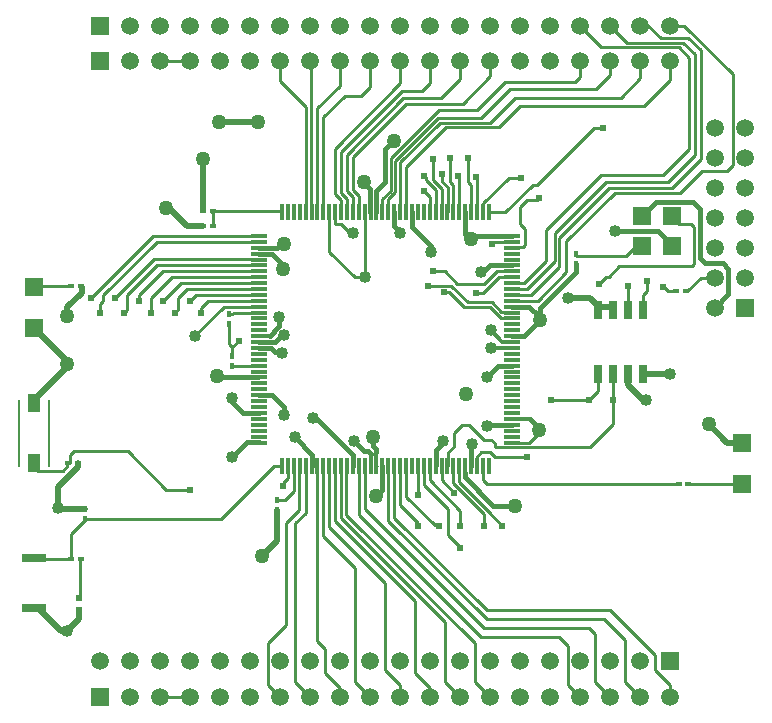
<source format=gtl>
%FSTAX23Y23*%
%MOIN*%
%SFA1B1*%

%IPPOS*%
%ADD15C,0.010000*%
%ADD16R,0.024610X0.015750*%
%ADD17R,0.015750X0.024610*%
%ADD18R,0.039370X0.062990*%
%ADD19R,0.019680X0.023620*%
%ADD20R,0.025590X0.060040*%
%ADD21R,0.078740X0.031500*%
%ADD22R,0.059060X0.062990*%
%ADD23R,0.058070X0.011810*%
%ADD24R,0.011810X0.058070*%
%ADD25R,0.059060X0.059060*%
%ADD41C,0.020000*%
%ADD42C,0.015000*%
%ADD43C,0.014000*%
%ADD44C,0.013000*%
%ADD45C,0.005000*%
%ADD46C,0.059060*%
%ADD47R,0.059060X0.059060*%
%ADD48C,0.050000*%
%ADD49C,0.040000*%
%ADD50C,0.024000*%
%LNpcb1-1*%
%LPD*%
G54D15*
X00959Y01311D02*
X00964D01*
X00954Y01305D02*
X00959Y01311D01*
X01332Y01719D02*
X01333Y01718D01*
X00961Y0153D02*
Y01543D01*
X01588Y0094D02*
X01593Y00945D01*
X01641Y01006D02*
X01645Y0101D01*
X01495Y00952D02*
Y00956D01*
X01273Y00873D02*
Y00873D01*
X01549Y00819D02*
X01647Y00721D01*
X01549Y00819D02*
Y00873D01*
X01549Y00873*
X01609Y00904D02*
X01623Y00918D01*
X01609Y00874D02*
Y00904D01*
X01647Y00718D02*
X01692Y00673D01*
X01647Y00718D02*
Y00721D01*
X01529Y00817D02*
Y00873D01*
X01632Y00673D02*
Y00714D01*
X01529Y00817D02*
X01632Y00714D01*
X0149Y00825D02*
Y00873D01*
X01855Y01094D02*
X01981D01*
X01982Y01093*
X01587Y0163D02*
X01597D01*
X01608Y0164*
X02038Y01821D02*
X02246D01*
X01868Y01651D02*
X02038Y01821D01*
X02246D02*
X02335Y0191D01*
X01725Y01463D02*
X01774D01*
X01445Y01474D02*
X01521D01*
X01578Y01418*
X01445Y01474D02*
X01445Y01474D01*
X01587Y0163D02*
Y0163D01*
X01569Y01647D02*
X01587Y0163D01*
X01623Y01519D02*
X01628D01*
X02159Y01705D02*
Y01707D01*
X01725Y01423D02*
X01726Y01424D01*
X02285Y01784D02*
X02357Y01856D01*
X02067Y01784D02*
X02285D01*
X01905Y01622D02*
X02067Y01784D01*
X00669Y01305D02*
Y01309D01*
X00764Y01404*
X0088*
X0088Y01601D02*
X0088Y01601D01*
X00954Y01612D02*
X00965D01*
X00943Y01601D02*
X00954Y01612D01*
X01818Y01358D02*
Y01373D01*
X00531Y01562D02*
X0088D01*
X00541Y01542D02*
X0088D01*
X00561Y01522D02*
X0088D01*
X00482Y01443D02*
X00561Y01522D01*
X00482Y01423D02*
Y01443D01*
X00442D02*
X00541Y01542D01*
X00442Y01393D02*
Y01443D01*
X00402Y01433D02*
X00531Y01562D01*
X0054Y01621D02*
X0088D01*
X00529Y0164D02*
X0088D01*
X00322Y01433D02*
X00529Y0164D01*
X00362Y01443D02*
X0054Y01621D01*
X00362Y01423D02*
Y01443D01*
X00352Y01413D02*
X00362Y01423D01*
X00352Y01383D02*
Y01413D01*
X0088Y01581D02*
X00881Y0158D01*
X01761Y01602D02*
X01768Y01609D01*
X01726Y01602D02*
X01761D01*
X01725Y01601D02*
X01726Y01602D01*
X01768Y01609D02*
Y01663D01*
X0175Y01681D02*
X01768Y01663D01*
X0175Y01681D02*
Y01735D01*
X01776Y01761*
X0181*
X01816Y01767*
X01606Y01837D02*
X01608Y01835D01*
X01566Y01403D02*
X0165D01*
X01814Y01362D02*
Y01373D01*
X01815Y00984D02*
Y00993D01*
X0133Y01956D02*
Y01957D01*
X01577Y0182D02*
Y01899D01*
X01629Y0172D02*
Y01749D01*
X0145Y00872D02*
X01451Y00871D01*
X0145Y0172D02*
X01451Y01719D01*
X01439Y01825D02*
X0147Y01794D01*
X01548Y0172D02*
X01549Y01719D01*
X01552Y00673D02*
Y00723D01*
X01725Y01502D02*
X01726Y01503D01*
X01604Y01449D02*
X01628D01*
X01725Y01385D02*
X01726Y01385D01*
X01411Y00778D02*
Y00873D01*
X01372Y00771D02*
X01467Y00676D01*
X01116Y01586D02*
X012Y01502D01*
X01689Y01385D02*
X01725D01*
X01467Y00676D02*
X01479D01*
X0149Y01719D02*
Y01795D01*
X01546Y0184D02*
X01548Y01838D01*
X01412Y00673D02*
Y00683D01*
X01433Y01841D02*
X01439Y01835D01*
X01658Y01614D02*
X01664Y0162D01*
X01578Y01418D02*
X01657D01*
X01352Y00743D02*
Y00873D01*
X01629Y01749D02*
X01714Y01834D01*
X01628Y01449D02*
X01681Y01502D01*
X01687Y01366D02*
X01725D01*
X01733Y00741D02*
X01736Y00738D01*
X01411Y00778D02*
X01412Y00777D01*
X01293Y01718D02*
Y01719D01*
X01529Y01719D02*
Y01811D01*
X01681Y01502D02*
X01725D01*
X01057Y00873D02*
X01057Y00873D01*
X01815Y00993D02*
Y01001D01*
X00961Y00807D02*
Y00815D01*
X01714Y01834D02*
X01754D01*
X01647Y01719D02*
X01702D01*
X01552Y00598D02*
Y00603D01*
X01136Y01679D02*
Y01718D01*
X0149Y00825D02*
X01532Y00783D01*
X00879Y01169D02*
X0088Y01168D01*
X0151Y01719D02*
Y01804D01*
X01725Y00951D02*
X01782D01*
X01411Y00873D02*
X01411Y00873D01*
X0146Y01825D02*
Y01896D01*
X01628Y01719D02*
X01629Y0172D01*
X01633Y01481D02*
X01675Y01522D01*
X01451Y00825D02*
X01552Y00723D01*
X01271Y00773D02*
X01274D01*
X01214Y01718D02*
Y01719D01*
X0146Y01825D02*
X0149Y01795D01*
X00792Y01086D02*
Y01098D01*
X0088Y01306D02*
X00881Y01306D01*
X0146Y01524D02*
X01462Y01522D01*
X01451Y00825D02*
Y00871D01*
X00562Y01423D02*
X00622Y01483D01*
X01351Y00872D02*
X01352Y00873D01*
X00622Y01483D02*
X0088D01*
X01675Y01522D02*
X01725D01*
X00713Y01424D02*
X0088D01*
X01372Y00771D02*
Y00873D01*
X01156Y01679D02*
X01192Y01644D01*
X00978Y00832D02*
Y00873D01*
X01253Y01719D02*
X01254Y01719D01*
X015Y01522D02*
X01542Y01481D01*
X00522Y01433D02*
X00592Y01503D01*
X01439Y01825D02*
Y01835D01*
X00673Y01444D02*
X0088D01*
X01577Y0182D02*
X01588Y01809D01*
X01809Y01811D02*
X01997Y01999D01*
X012Y01502D02*
X01234D01*
X0145Y0172D02*
Y01769D01*
X01702Y01719D02*
X01794Y01811D01*
X006Y01383D02*
X00612Y01396D01*
X01542Y01481D02*
X01633D01*
X01725Y01267D02*
X01725Y01266D01*
X00652Y01423D02*
X00673Y01444D01*
X0135Y01649D02*
Y01657D01*
X01794Y01811D02*
X01809D01*
X01725Y01306D02*
X01726Y01306D01*
X01462Y01522D02*
X015D01*
X01667Y00903D02*
X01776D01*
X00687Y01398D02*
X00713Y01424D01*
X01608Y01719D02*
Y01835D01*
X01782Y00951D02*
X01815Y00984D01*
X01431Y00811D02*
Y00873D01*
X01116Y01586D02*
Y01719D01*
X01519Y01821D02*
Y01898D01*
X01725Y0162D02*
X01726Y01621D01*
X01498Y01452D02*
X01516D01*
X01814Y01362D02*
X01818Y01358D01*
X0088Y01286D02*
X00881Y01287D01*
X01234Y01502D02*
Y01718D01*
X01568Y01719D02*
X01569Y01718D01*
X01664Y0162D02*
X01725D01*
X01623Y00918D02*
X01652D01*
X0088Y01109D02*
X00881Y01108D01*
X00642Y01463D02*
X0088D01*
X01493Y01821D02*
Y01843D01*
X01273Y00873D02*
X01274Y00874D01*
X00612Y01433D02*
X00642Y01463D01*
X00592Y01503D02*
X0088D01*
X01519Y01821D02*
X01529Y01811D01*
X01652Y00918D02*
X01667Y00903D01*
X01431Y00811D02*
X01512Y0073D01*
X01548Y0172D02*
Y01838D01*
X01608Y00873D02*
X01609Y00874D01*
X0149Y01845D02*
X01493Y01843D01*
X01657Y01418D02*
X01689Y01385D01*
X0145Y00872D02*
X01451Y00873D01*
X01479Y00676D02*
X01482Y00673D01*
X00961Y00815D02*
X00978Y00832D01*
X01234Y01718D02*
X01234Y01719D01*
X0143Y01788D02*
X0145Y01769D01*
X01512Y00643D02*
X01552Y00603D01*
X01273Y00873D02*
X01273Y00873D01*
X0147Y01719D02*
Y01794D01*
X01516Y01452D02*
X01566Y01403D01*
X00742Y01174D02*
X00747Y01169D01*
X01997Y01999D02*
X02027D01*
X01352Y00743D02*
X01412Y00683D01*
X01588Y01719D02*
Y01809D01*
X01725Y01366D02*
X01726Y01365D01*
X00612Y01396D02*
Y01433D01*
X01136Y01679D02*
X01156D01*
X00432Y01383D02*
X00442Y01393D01*
X0165Y01403D02*
X01687Y01366D01*
X00522Y01383D02*
Y01433D01*
X01136Y01719D02*
X01136Y01718D01*
X01293Y01718D02*
X01293Y01718D01*
X01493Y01821D02*
X0151Y01804D01*
X01512Y00643D02*
Y0073D01*
X00687Y01383D02*
Y01398D01*
X01321Y01898D02*
X01482Y02059D01*
X01609*
X01321Y01791D02*
Y01898D01*
X01336Y0189D02*
X01477Y02032D01*
X01352Y01885D02*
X01484Y02017D01*
X01336Y01785D02*
Y0189D01*
X01484Y02017D02*
X01652D01*
X01477Y02032D02*
X01622D01*
X01352Y01719D02*
Y01885D01*
X01372Y01869D02*
X01505Y02002D01*
X01372Y01719D02*
Y01869D01*
X01352Y01718D02*
X01352Y01719D01*
X01293Y01763D02*
X01321Y01791D01*
X01312Y01762D02*
X01336Y01785D01*
X01194Y01902D02*
X01372Y0208D01*
X0156*
X01194Y01793D02*
Y01902D01*
X01312Y01718D02*
Y01762D01*
X01293Y01718D02*
Y01763D01*
X01194Y01793D02*
X01214Y01772D01*
Y01718D02*
Y01772D01*
X01194Y01718D02*
Y01771D01*
X01174Y0191D02*
X01363Y02099D01*
X01174Y01791D02*
Y0191D01*
Y01791D02*
X01194Y01771D01*
X01174Y01718D02*
Y01764D01*
X01155Y01784D02*
X01174Y01764D01*
X01155Y01784D02*
Y01921D01*
X01363Y02099D02*
X01489D01*
X01357Y02123D02*
X01424D01*
X01155Y01921D02*
X01357Y02123D01*
X01155Y01718D02*
Y01758D01*
X01135Y01779D02*
X01155Y01758D01*
X01135Y01779D02*
Y01931D01*
X01939Y01574D02*
X02106D01*
X01938Y01575D02*
X01939Y01574D01*
X01938Y01575D02*
Y01582D01*
X02048Y01504D02*
X02083Y01539D01*
X02106Y01574D02*
X02138Y01606D01*
X02083Y01539D02*
X02325D01*
X02037Y01504D02*
X02048D01*
X02014Y01481D02*
X02037Y01504D01*
X02227Y01471D02*
X0223D01*
X02244Y01457*
X02273*
X02229Y01844D02*
X02315Y0193D01*
X02023Y01844D02*
X02229D01*
X02315Y0193D02*
Y02233D01*
X01234Y0073D02*
Y00872D01*
Y0073D02*
X01632Y00333D01*
X01233Y00873D02*
X01234Y00872D01*
X01313Y00691D02*
Y00872D01*
X01312Y00873D02*
X01313Y00872D01*
Y00691D02*
X01642Y00363D01*
X01532Y00939D02*
Y00984D01*
X0151Y00917D02*
X01532Y00939D01*
X0151Y00873D02*
Y00917D01*
X01532Y00984D02*
X01557Y01009D01*
X01582*
X01631Y0096*
X01509Y00873D02*
X0151Y00873D01*
X01631Y0096D02*
X01656D01*
X01668Y00935D02*
X01984D01*
X01656Y0096D02*
X01668Y00948D01*
Y00935D02*
Y00948D01*
X01371Y01718D02*
X01372Y01719D01*
X01984Y00935D02*
X02062Y01013D01*
X02259Y01606D02*
Y01608D01*
X01627Y00827D02*
Y00873D01*
Y00827D02*
X01642Y00813D01*
X0246Y01875D02*
Y02178D01*
X02297Y02341D02*
X0246Y02178D01*
X0225Y02341D02*
X02297D01*
X02221Y02299D02*
X02313D01*
X02178Y02341D02*
X02221Y02299D01*
X0215Y02341D02*
X02178D01*
X02313Y02299D02*
X02354Y02258D01*
X02296Y02284D02*
X02335Y02245D01*
X02107Y02284D02*
X02296D01*
X0205Y02341D02*
X02107Y02284D01*
X0228Y02268D02*
X02315Y02233D01*
X02023Y02268D02*
X0228D01*
X0195Y02341D02*
X02023Y02268D01*
X02335Y0191D02*
Y02245D01*
X02354Y01895D02*
Y02258D01*
X02258Y01799D02*
X02354Y01895D01*
X02441Y01856D02*
X0246Y01875D01*
X02357Y01856D02*
X02441D01*
X01839Y0166D02*
X02023Y01844D01*
X01839Y01557D02*
Y0166D01*
X01868Y01557D02*
Y01651D01*
X02049Y01799D02*
X02258D01*
X01883Y01633D02*
X02049Y01799D01*
X01883Y01537D02*
Y01633D01*
X01774Y01463D02*
X01868Y01557D01*
X01765Y01483D02*
X01839Y01557D01*
X01726Y01483D02*
X01765D01*
X01725Y01483D02*
X01726Y01483D01*
X02252Y02161D02*
Y02223D01*
X02164Y02073D02*
X02252Y02161D01*
X01753Y02073D02*
X02164D01*
X01725Y01443D02*
X01789D01*
X01883Y01537*
X0215Y02341D02*
X0215Y02341D01*
X01905Y01596D02*
Y01622D01*
X01904Y01518D02*
Y01598D01*
X01905Y01596*
X0181Y01424D02*
X01904Y01518D01*
X01726Y01424D02*
X0181D01*
X01682Y02002D02*
X01753Y02073D01*
X01505Y02002D02*
X01682D01*
X01735Y021D02*
X02087D01*
X01652Y02017D02*
X01735Y021D01*
X02087D02*
X02152Y02165D01*
X01719Y02129D02*
X02006D01*
X01622Y02032D02*
X01719Y02129D01*
X01609Y02059D02*
X01703Y02153D01*
X02006Y02129D02*
X02052Y02175D01*
X01703Y02153D02*
X01935D01*
X01952Y0217*
X0078Y0128D02*
X00792Y01268D01*
X0078Y0128D02*
Y01346D01*
X00792Y01239D02*
Y01268D01*
X00815Y01291*
X00797Y01384D02*
X0088D01*
X00792Y01379D02*
X00797Y01384D01*
X0078Y01379D02*
X00792D01*
X02323Y01678D02*
X02333Y01669D01*
X02283Y01678D02*
X02323D01*
X02259Y01703D02*
X02283Y01678D01*
X02259Y01703D02*
Y01705D01*
X02333Y01547D02*
Y01669D01*
X02325Y01539D02*
X02333Y01547D01*
X02138Y01606D02*
X02159D01*
X02152Y02165D02*
Y02223D01*
X0156Y0208D02*
X01652Y02172D01*
X01489Y02099D02*
X01552Y02162D01*
X01424Y02123D02*
X01452Y02151D01*
X02052Y02175D02*
Y02223D01*
X01952Y0217D02*
Y02223D01*
X01352Y02148D02*
Y02223D01*
X01135Y01931D02*
X01352Y02148D01*
X01652Y02172D02*
Y02223D01*
X01552Y02162D02*
Y02223D01*
X01452Y02151D02*
Y02223D01*
X01037Y01718D02*
Y02069D01*
X00952Y02155D02*
X01037Y02069D01*
X00952Y02155D02*
Y02223D01*
X01252Y02137D02*
Y02223D01*
X01222Y02107D02*
X01252Y02137D01*
X01167Y02107D02*
X01222D01*
X01096Y02036D02*
X01167Y02107D01*
X01096Y01718D02*
Y02036D01*
X01152Y02141D02*
Y02223D01*
X01076Y02065D02*
X01152Y02141D01*
X01076Y01718D02*
Y02065D01*
X00552Y02223D02*
X00652D01*
X01055Y01719D02*
X01056Y01718D01*
X01055Y01719D02*
Y02219D01*
X01052Y02223D02*
X01055Y02219D01*
X00969Y0076D02*
X00997Y00788D01*
X00945Y0076D02*
X00969D01*
X00243Y0088D02*
X00246Y00883D01*
X01076Y00288D02*
Y00873D01*
Y00288D02*
X01102Y00263D01*
X00573Y00794D02*
X00653D01*
X00445Y00922D02*
X00573Y00794D01*
X01333Y00701D02*
Y00871D01*
X01332Y00872D02*
X01333Y00871D01*
Y00701D02*
X01642Y00393D01*
X00246Y00883D02*
X0025D01*
X00245D02*
X00246D01*
X00265Y00922D02*
X00445D01*
X00253Y0091D02*
X00265Y00922D01*
X00253Y00885D02*
Y0091D01*
X0025Y00883D02*
X00253Y00885D01*
X02298Y01458D02*
X02313D01*
X02356Y01501D02*
X024D01*
X02313Y01458D02*
X02356Y01501D01*
X02176Y01457D02*
Y0149D01*
X02162Y01443D02*
X02176Y01457D01*
X02112Y01394D02*
Y01473D01*
Y01389D02*
Y01394D01*
X02062Y01013D02*
Y01093D01*
X00792Y01206D02*
X00792Y01206D01*
X00879*
X0088Y01207*
X01642Y00393D02*
X02052D01*
X01642Y00363D02*
X02032D01*
X01632Y00333D02*
X01982D01*
X01622Y00303D02*
X01882D01*
X01215Y00709D02*
X01622Y00303D01*
X01215Y00709D02*
Y00872D01*
X01602Y00153D02*
Y00283D01*
X01173Y00711D02*
X01602Y00283D01*
X01173Y00711D02*
Y00872D01*
X01502Y00153D02*
Y00353D01*
X01155Y00699D02*
X01502Y00353D01*
X01155Y00699D02*
Y00873D01*
X01402Y00183D02*
Y00423D01*
X01135Y00689D02*
X01402Y00423D01*
X01135Y00689D02*
Y00873D01*
X01302Y00193D02*
Y00483D01*
X01115Y00669D02*
X01302Y00483D01*
X01115Y00669D02*
Y00873D01*
X01202Y00153D02*
Y00533D01*
X01096Y00638D02*
X01202Y00533D01*
X01096Y00638D02*
Y00873D01*
X00302Y00693D02*
X00304Y00696D01*
X00755D02*
X00932Y00873D01*
X00958*
X00304Y00696D02*
X00755D01*
X00302Y00692D02*
Y00693D01*
X00997Y00788D02*
Y00873D01*
X00972Y00683D02*
X01016Y00727D01*
X00972Y00343D02*
Y00683D01*
X01016Y00727D02*
Y00872D01*
X00912Y00283D02*
X00972Y00343D01*
X01037Y00717D02*
Y00873D01*
X01102Y00183D02*
Y00263D01*
Y00183D02*
X01152Y00133D01*
Y00103D02*
Y00133D01*
X01016Y00872D02*
X01017Y00873D01*
X01642Y00813D02*
X0228D01*
X00255Y00563D02*
Y00646D01*
X00302Y00692*
X00132Y00565D02*
X00134Y00563D01*
X00255*
X00287D02*
X00288D01*
X00285Y0056D02*
X00287Y00563D01*
X00285Y00435D02*
Y0056D01*
X00282Y00432D02*
X00285Y00435D01*
X00222Y00323D02*
X00242D01*
X00132Y004D02*
X00144D01*
X00212Y00733D02*
X00213Y00731D01*
X003D02*
X00302Y00729D01*
X00243Y00873D02*
Y0088D01*
X00227Y00856D02*
X00243Y00873D01*
X00146Y00856D02*
X00227D01*
X00572Y01733D02*
X00582D01*
X00723Y01718D02*
X00728D01*
Y01673D02*
D01*
Y01718D01*
X00958D02*
Y01722D01*
X00957Y01723D02*
X00958Y01722D01*
X00728Y01723D02*
X00957D01*
X00728Y01718D02*
Y01723D01*
D01*
X01602Y00153D02*
X01652Y00103D01*
X01352D02*
Y00143D01*
X01302Y00193D02*
X01352Y00143D01*
X01502Y00153D02*
X01552Y00103D01*
X01402Y00183D02*
X01452Y00133D01*
X01202Y00153D02*
X01252Y00103D01*
X01002Y00682D02*
X01037Y00717D01*
X01002Y00153D02*
Y00682D01*
Y00153D02*
X01052Y00103D01*
X00912Y00143D02*
Y00283D01*
Y00143D02*
X00952Y00103D01*
X01452D02*
Y00133D01*
X01912Y00143D02*
Y00273D01*
X01882Y00303D02*
X01912Y00273D01*
X02002Y00153D02*
Y00313D01*
X01982Y00333D02*
X02002Y00313D01*
X02102Y00153D02*
Y00293D01*
X02032Y00363D02*
X02102Y00293D01*
X02202Y00193D02*
Y00243D01*
X02052Y00393D02*
X02202Y00243D01*
Y00193D02*
X02252Y00143D01*
Y00103D02*
Y00143D01*
X01214Y00873D02*
X01215Y00872D01*
X01552Y00213D02*
Y00223D01*
X01173Y00872D02*
X01174Y00873D01*
X02102Y00153D02*
X02152Y00103D01*
X02002Y00153D02*
X02052Y00103D01*
X01912Y00143D02*
X01952Y00103D01*
X00552D02*
X00652D01*
X02032Y00223D02*
X02052D01*
X01947Y00218D02*
X01952Y00223D01*
X00288Y01473D02*
X0029Y01471D01*
X02062Y01389D02*
Y01403D01*
X01912Y01433D02*
X01953D01*
X02162Y01394D02*
Y01443D01*
Y01093D02*
X02172D01*
X00133Y01473D02*
X00255D01*
X00132Y01471D02*
X00133Y01473D01*
X00234Y0122D02*
X00242Y01213D01*
X00234Y0122D02*
Y01231D01*
X00242Y01204D02*
Y01213D01*
X00132Y01083D02*
Y01094D01*
Y01083D02*
X00142D01*
X0105Y02241D02*
X01056Y02235D01*
X02242Y01178D02*
X02247Y01183D01*
X02162Y01176D02*
X02163Y01178D01*
X02062Y01093D02*
Y01176D01*
X01982Y01093D02*
X02012Y01123D01*
X02112Y01176D02*
X02113Y01174D01*
X02012Y01123D02*
Y01176D01*
X00132Y00871D02*
Y00883D01*
Y00871D02*
X00146Y00856D01*
X0249Y00813D02*
X02492Y00814D01*
X02313Y00813D02*
X0249D01*
G54D16*
X02313Y00813D03*
X0228D03*
X00288Y01473D03*
X00255D03*
Y00563D03*
X00288D03*
X00728Y01673D03*
X00695D03*
X00728Y01723D03*
X00695D03*
X00245Y00883D03*
X00278D03*
X02306Y01457D03*
X02273D03*
G54D17*
X00302Y00729D03*
Y00696D03*
X00792Y01239D03*
Y01206D03*
X0078Y01346D03*
Y01379D03*
X01937Y01547D03*
Y0158D03*
X00942Y00759D03*
Y00726D03*
G54D18*
X00132Y01083D03*
Y00883D03*
G54D19*
X00282Y00393D03*
Y00432D03*
G54D20*
X02012Y01181D03*
X02062D03*
X02112D03*
X02162D03*
Y01394D03*
X02112D03*
X02062D03*
X02012D03*
G54D21*
X00132Y00565D03*
Y004D03*
G54D22*
X02159Y01705D03*
X02259D03*
Y01606D03*
X02159D03*
G54D23*
X0088Y0164D03*
Y01621D03*
Y01601D03*
Y01581D03*
Y01561D03*
Y01542D03*
Y01522D03*
Y01502D03*
Y01483D03*
Y01463D03*
Y01443D03*
Y01424D03*
Y01404D03*
Y01384D03*
Y01365D03*
Y01345D03*
Y01325D03*
Y01306D03*
Y01286D03*
Y01266D03*
Y01247D03*
Y01227D03*
Y01207D03*
Y01187D03*
Y01168D03*
Y01148D03*
Y01128D03*
Y01109D03*
Y01089D03*
Y01069D03*
Y0105D03*
Y0103D03*
Y0101D03*
Y00991D03*
Y00971D03*
Y00951D03*
X01725D03*
Y00971D03*
Y00991D03*
Y0101D03*
Y0103D03*
Y0105D03*
Y01069D03*
Y01089D03*
Y01109D03*
Y01128D03*
Y01148D03*
Y01168D03*
Y01187D03*
Y01207D03*
Y01227D03*
Y01247D03*
Y01266D03*
Y01286D03*
Y01306D03*
Y01325D03*
Y01345D03*
Y01365D03*
Y01384D03*
Y01404D03*
Y01424D03*
Y01443D03*
Y01463D03*
Y01483D03*
Y01502D03*
Y01522D03*
Y01542D03*
Y01561D03*
Y01581D03*
Y01601D03*
Y01621D03*
Y0164D03*
G54D24*
X00958Y00873D03*
X00978D03*
X00998D03*
X01017D03*
X01037D03*
X01057D03*
X01076D03*
X01096D03*
X01116D03*
X01135D03*
X01155D03*
X01175D03*
X01194D03*
X01214D03*
X01234D03*
X01254D03*
X01273D03*
X01293D03*
X01313D03*
X01332D03*
X01352D03*
X01372D03*
X01391D03*
X01411D03*
X01431D03*
X0145D03*
X0147D03*
X0149D03*
X01509D03*
X01529D03*
X01549D03*
X01568D03*
X01588D03*
X01608D03*
X01628D03*
X01647D03*
Y01719D03*
X01628D03*
X01608D03*
X01588D03*
X01568D03*
X01549D03*
X01529D03*
X01509D03*
X0149D03*
X0147D03*
X0145D03*
X01431D03*
X01411D03*
X01391D03*
X01372D03*
X01352D03*
X01332D03*
X01313D03*
X01293D03*
X01273D03*
X01254D03*
X01234D03*
X01214D03*
X01194D03*
X01175D03*
X01155D03*
X01135D03*
X01116D03*
X01096D03*
X01076D03*
X01057D03*
X01037D03*
X01017D03*
X00998D03*
X00978D03*
X00958D03*
G54D25*
X02492Y00814D03*
Y00951D03*
X00132Y01471D03*
Y01334D03*
X025Y01401D03*
G54D41*
X00747Y02018D02*
X00879D01*
X02443Y00951D02*
X02492D01*
X02382Y01013D02*
X02443Y00951D01*
X00278Y00869D02*
Y00883D01*
X00212Y00803D02*
X00278Y00869D01*
X00212Y00733D02*
Y00803D01*
X02112Y01143D02*
Y01181D01*
Y01143D02*
X02162Y01093D01*
X00942Y00623D02*
Y00726D01*
X00892Y00573D02*
X00942Y00623D01*
X0029Y01451D02*
Y01471D01*
X00242Y01403D02*
X0029Y01451D01*
X00242Y01373D02*
Y01403D01*
Y00323D02*
X00282Y00363D01*
Y00393*
X00144Y004D02*
X00222Y00323D01*
X00213Y00731D02*
X003D01*
X00642Y01673D02*
X00695D01*
X00582Y01733D02*
X00642Y01673D01*
X00695Y01726D02*
Y01896D01*
X02016Y01403D02*
X02062D01*
X01986Y01433D02*
X02016Y01403D01*
X01912Y01433D02*
X01986D01*
X00132Y01334D02*
X00234Y01231D01*
X00132Y01094D02*
X00242Y01204D01*
X02163Y01178D02*
X02242D01*
G54D42*
X00935Y01286D02*
X00954Y01305D01*
X00911Y01286D02*
X00935D01*
X00911Y01287D02*
X00911Y01286D01*
X00881Y01287D02*
X00911D01*
X00947Y01338D02*
Y01371D01*
X00932Y01324D02*
X00947Y01338D01*
X00932Y01319D02*
Y01324D01*
X00919Y01306D02*
X00932Y01319D01*
X02427Y01549D02*
X02446Y0153D01*
X02369Y01549D02*
X02427D01*
X02353Y01565D02*
X02369Y01549D01*
X0084Y00952D02*
X0088D01*
X00792Y00903D02*
X0084Y00952D01*
X00828Y0105D02*
X0088D01*
X00792Y01086D02*
X00828Y0105D01*
X01333Y01674D02*
Y01718D01*
Y01674D02*
X0135Y01657D01*
X00924Y0158D02*
X00961Y01543D01*
X00881Y0158D02*
X00924D01*
X01569Y00835D02*
Y00851D01*
X01588Y00873D02*
Y0094D01*
X01645Y0101D02*
X01725D01*
X01495Y00951D02*
Y00952D01*
X0147Y00927D02*
X01495Y00951D01*
X01194Y00873D02*
Y00911D01*
X01073Y01033D02*
X01194Y00911D01*
X01244Y00922D02*
X01254Y00912D01*
X0123Y00922D02*
X01244D01*
X01197Y00955D02*
X0123Y00922D01*
X01273Y00921D02*
Y00928D01*
X01263Y00939D02*
X01273Y00928D01*
X01263Y00939D02*
Y00969D01*
X01569Y00835D02*
X01663Y00741D01*
X01733*
X01608Y0164D02*
X01725D01*
X01057Y00873D02*
Y0091D01*
X01Y00968D02*
X01057Y0091D01*
X01569Y01647D02*
Y01718D01*
X01628Y01519D02*
X01652Y01542D01*
X024Y01401D02*
X02446Y01447D01*
Y0153*
X02353Y01565D02*
Y01729D01*
X02328Y01753D02*
X02353Y01729D01*
X02205Y01753D02*
X02328D01*
X02159Y01707D02*
X02205Y01753D01*
X0088Y01601D02*
X00943D01*
X00964Y01058D02*
Y01068D01*
X00924Y01108D02*
X00964Y01068D01*
X00881Y01108D02*
X00924D01*
X01818Y01373D02*
Y014D01*
X01273Y01719D02*
Y01789D01*
X01454Y01586D02*
Y01605D01*
X0123Y01818D02*
X01253Y01795D01*
X01274Y00773D02*
X01293Y00792D01*
X0092Y01266D02*
X00934Y01253D01*
X01766Y01306D02*
X01818Y01358D01*
X0088Y01266D02*
X0092D01*
X0147Y00875D02*
Y00927D01*
X01391Y01668D02*
Y01719D01*
X01302Y01928D02*
X0133Y01956D01*
X01785Y0103D02*
X01815Y01001D01*
X01726Y01306D02*
X01766D01*
X01391Y01668D02*
X01454Y01605D01*
X01253Y01719D02*
Y01795D01*
X01652Y01542D02*
X01725D01*
X01679Y01207D02*
X01725D01*
X01302Y01818D02*
Y01928D01*
X01273Y01789D02*
X01302Y01818D01*
X00747Y01169D02*
X00879D01*
X01293Y00792D02*
Y00873D01*
X01725Y01404D02*
X01782D01*
X01643Y01171D02*
X01679Y01207D01*
X00934Y01253D02*
X00951D01*
X01782Y01404D02*
X01814Y01373D01*
X01818Y014D02*
X01937Y01519D01*
Y01547*
X02211Y01656D02*
X02259Y01608D01*
X02068Y01656D02*
X02211D01*
G54D43*
X01654Y01326D02*
X01688Y01291D01*
X01683Y01296D02*
X01693Y01286D01*
X01724*
X00881Y01306D02*
X00919D01*
X01254Y00873D02*
Y00912D01*
X01273Y00873D02*
Y00921D01*
X01725Y0103D02*
X01785D01*
G54D44*
X01656Y01267D02*
X01725D01*
G54D45*
X00181Y00872D02*
Y01093D01*
X00082Y00872D02*
Y01093D01*
G54D46*
X02252Y00103D03*
X02152D03*
X02052D03*
X01952D03*
X01852D03*
X01752D03*
X01652D03*
X01552D03*
X01452D03*
X01352D03*
X01252D03*
X01152D03*
X01052D03*
X00952D03*
X00852D03*
X00752D03*
X00652D03*
X00552D03*
X00452D03*
X024Y01401D03*
X025Y01501D03*
X024D03*
X025Y01601D03*
X024D03*
X025Y01701D03*
X024D03*
X025Y01801D03*
X024D03*
X025Y01901D03*
X024D03*
X025Y02001D03*
X024D03*
X00452Y02223D03*
X00552D03*
X00652D03*
X00752D03*
X00852D03*
X00952D03*
X01052D03*
X01152D03*
X01252D03*
X01352D03*
X01452D03*
X01552D03*
X01652D03*
X01752D03*
X01852D03*
X01952D03*
X02052D03*
X02152D03*
X02252D03*
X0045Y02341D03*
X0055D03*
X0065D03*
X0075D03*
X0085D03*
X0095D03*
X0105D03*
X0115D03*
X0125D03*
X0135D03*
X0145D03*
X0155D03*
X0165D03*
X0175D03*
X0185D03*
X0195D03*
X0205D03*
X0215D03*
X0225D03*
X02152Y00223D03*
X02052D03*
X01952D03*
X01852D03*
X01752D03*
X01652D03*
X01552D03*
X01452D03*
X01352D03*
X01252D03*
X01152D03*
X01052D03*
X00952D03*
X00852D03*
X00752D03*
X00652D03*
X00552D03*
X00452D03*
X00352D03*
G54D47*
X00352Y00103D03*
Y02223D03*
X0035Y02341D03*
X02252Y00223D03*
G54D48*
X00747Y02018D03*
X00879D03*
X01587Y0163D03*
X01263Y00969D03*
X00965Y01612D03*
X01271Y00773D03*
X0133Y01957D03*
X01815Y00993D03*
X00963Y01531D03*
X01736Y00738D03*
X00742Y01174D03*
X0123Y01818D03*
X01818Y01358D03*
X01573Y01113D03*
X02382Y01013D03*
X00892Y00573D03*
X00242Y01373D03*
X00572Y01733D03*
X00695Y01896D03*
X00242Y01213D03*
G54D49*
X00964Y01311D03*
X01495Y00956D03*
X00959Y01248D03*
X01654Y01326D03*
X01593Y00945D03*
X01Y00968D03*
X01656Y01267D03*
X01623Y01519D03*
X00792Y00903D03*
X00669Y01305D03*
X00947Y01371D03*
X01197Y00955D03*
X01454Y01586D03*
X01234Y01502D03*
X0135Y01649D03*
X01061Y01033D03*
X01643Y01171D03*
X00792Y01098D03*
X01641Y01006D03*
X00965Y01044D03*
X01195Y01648D03*
X02068Y01656D03*
X00242Y00323D03*
X00212Y00733D03*
X01912Y01433D03*
X02172Y01093D03*
X02252Y01178D03*
G54D50*
X01855Y01094D03*
X01445Y01474D03*
X01816Y01767D03*
X01546Y0184D03*
X01658Y01614D03*
X01604Y01449D03*
X01552Y00598D03*
X00402Y01433D03*
X00961Y00807D03*
X00322Y01433D03*
X00482Y01423D03*
X01412Y00673D03*
X00652Y01423D03*
X01577Y01899D03*
X01606Y01837D03*
X00352Y01383D03*
X02027Y01999D03*
X01498Y01452D03*
X01776Y00903D03*
X0146Y01524D03*
X01412Y00777D03*
X0149Y01845D03*
X0146Y01896D03*
X01632Y00673D03*
X006Y01383D03*
X0143Y01788D03*
X01433Y01841D03*
X01519Y01898D03*
X01692Y00673D03*
X00432Y01383D03*
X01552Y00673D03*
X00522Y01383D03*
X00562Y01423D03*
X01754Y01834D03*
X00687Y01383D03*
X01532Y00783D03*
X01482Y00673D03*
X02227Y01471D03*
X00815Y01291D03*
X02014Y01481D03*
X00653Y00794D03*
X02176Y0149D03*
X02112Y01473D03*
X02062Y01093D03*
X01982D03*
M02*
</source>
